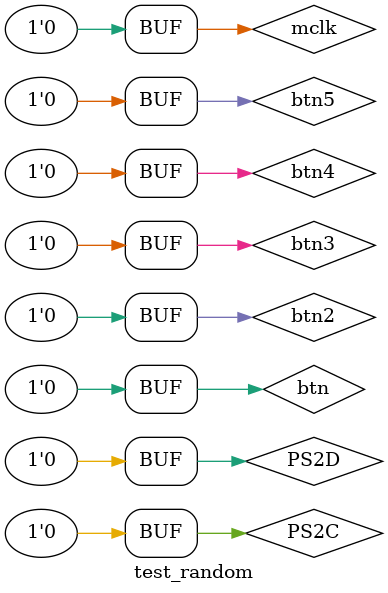
<source format=v>
`timescale 1ns / 1ps


module test_random;

	// Inputs
	reg PS2C;
	reg PS2D;
	reg btn;
	reg btn2;
	reg btn3;
	reg btn4;
	reg btn5;
	reg mclk;

	// Outputs
	wire hsync;
	wire vsync;
	wire [2:0] red;
	wire [2:0] green;
	wire [1:0] blue;
	wire LED2;
	wire [6:0] a_to_g;
	wire [3:0] an;
	wire dp;

	// Instantiate the Unit Under Test (UUT)
	vga_initials_top uut (
		.PS2C(PS2C), 
		.PS2D(PS2D), 
		.btn(btn), 
		.btn2(btn2), 
		.btn3(btn3), 
		.btn4(btn4), 
		.btn5(btn5), 
		.mclk(mclk), 
		.hsync(hsync), 
		.vsync(vsync), 
		.red(red), 
		.green(green), 
		.blue(blue), 
		.LED2(LED2), 
		.a_to_g(a_to_g), 
		.an(an), 
		.dp(dp)
	);

	initial begin
		// Initialize Inputs
		PS2C = 0;
		PS2D = 0;
		btn = 0;
		btn2 = 0;
		btn3 = 0;
		btn4 = 0;
		btn5 = 0;
		mclk = 0;

		// Wait 100 ns for global reset to finish
		#100;
        
		// Add stimulus here

	end
      
endmodule


</source>
